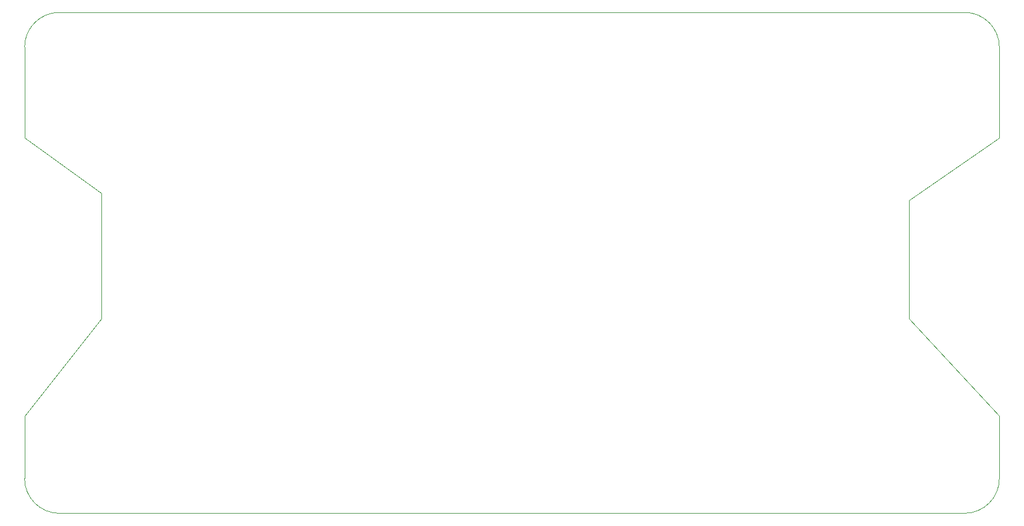
<source format=gbr>
G04 #@! TF.GenerationSoftware,KiCad,Pcbnew,(5.1.5)-3*
G04 #@! TF.CreationDate,2021-05-10T18:35:56+02:00*
G04 #@! TF.ProjectId,kicad,6b696361-642e-46b6-9963-61645f706362,rev?*
G04 #@! TF.SameCoordinates,Original*
G04 #@! TF.FileFunction,Profile,NP*
%FSLAX46Y46*%
G04 Gerber Fmt 4.6, Leading zero omitted, Abs format (unit mm)*
G04 Created by KiCad (PCBNEW (5.1.5)-3) date 2021-05-10 18:35:56*
%MOMM*%
%LPD*%
G04 APERTURE LIST*
%ADD10C,0.050000*%
G04 APERTURE END LIST*
D10*
X64000000Y-83000000D02*
X64000000Y-96000000D01*
X75000000Y-104000000D02*
X64000000Y-96000000D01*
X75000000Y-122000000D02*
X75000000Y-104000000D01*
X64000000Y-136000000D02*
X75000000Y-122000000D01*
X204000000Y-96000000D02*
X204000000Y-83000000D01*
X191000000Y-122000000D02*
X204000000Y-136000000D01*
X191000000Y-105000000D02*
X191000000Y-122000000D01*
X204000000Y-96000000D02*
X191000000Y-105000000D01*
X64000000Y-83000000D02*
G75*
G02X69000000Y-78000000I5000000J0D01*
G01*
X69000000Y-150000000D02*
G75*
G02X64000000Y-145000000I0J5000000D01*
G01*
X199000000Y-78000000D02*
G75*
G02X204000000Y-83000000I0J-5000000D01*
G01*
X204000000Y-145000000D02*
G75*
G02X199000000Y-150000000I-5000000J0D01*
G01*
X64000000Y-145000000D02*
X64000000Y-136000000D01*
X204000000Y-136000000D02*
X204000000Y-145000000D01*
X69000000Y-150000000D02*
X199000000Y-150000000D01*
X69000000Y-78000000D02*
X199000000Y-78000000D01*
M02*

</source>
